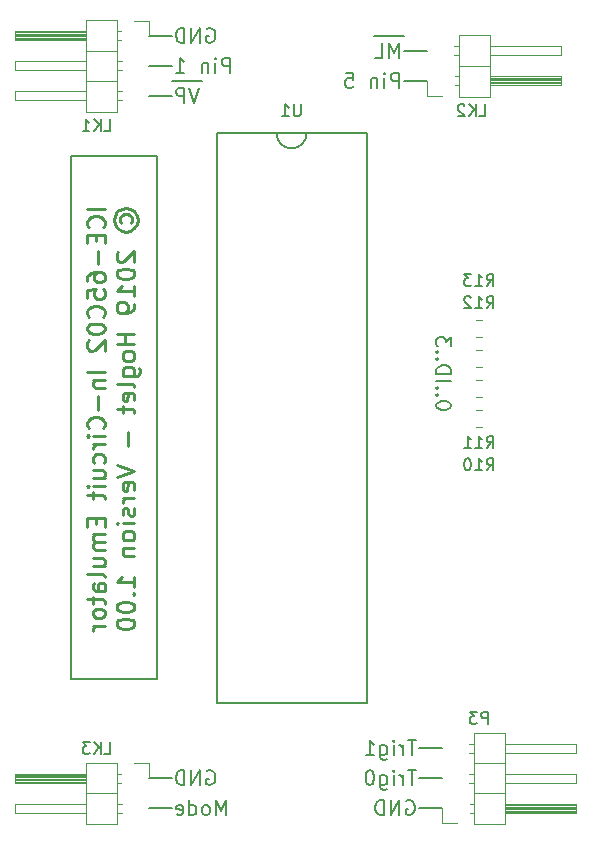
<source format=gbo>
G04 #@! TF.GenerationSoftware,KiCad,Pcbnew,5.1.4-e60b266~84~ubuntu18.04.1*
G04 #@! TF.CreationDate,2019-09-22T15:45:03+01:00*
G04 #@! TF.ProjectId,6502_adapter,36353032-5f61-4646-9170-7465722e6b69,rev?*
G04 #@! TF.SameCoordinates,PX9fdfbc0PY791ddc0*
G04 #@! TF.FileFunction,Legend,Bot*
G04 #@! TF.FilePolarity,Positive*
%FSLAX46Y46*%
G04 Gerber Fmt 4.6, Leading zero omitted, Abs format (unit mm)*
G04 Created by KiCad (PCBNEW 5.1.4-e60b266~84~ubuntu18.04.1) date 2019-09-22 15:45:03*
%MOMM*%
%LPD*%
G04 APERTURE LIST*
%ADD10C,0.200000*%
%ADD11C,0.150000*%
%ADD12C,0.250000*%
%ADD13C,0.120000*%
G04 APERTURE END LIST*
D10*
X38911523Y37872143D02*
X38911523Y37991191D01*
X38852000Y38110239D01*
X38792476Y38169762D01*
X38673428Y38229286D01*
X38435333Y38288810D01*
X38137714Y38288810D01*
X37899619Y38229286D01*
X37780571Y38169762D01*
X37721047Y38110239D01*
X37661523Y37991191D01*
X37661523Y37872143D01*
X37721047Y37753096D01*
X37780571Y37693572D01*
X37899619Y37634048D01*
X38137714Y37574524D01*
X38435333Y37574524D01*
X38673428Y37634048D01*
X38792476Y37693572D01*
X38852000Y37753096D01*
X38911523Y37872143D01*
X37780571Y38824524D02*
X37721047Y38884048D01*
X37661523Y38824524D01*
X37721047Y38765000D01*
X37780571Y38824524D01*
X37661523Y38824524D01*
X37780571Y39419762D02*
X37721047Y39479286D01*
X37661523Y39419762D01*
X37721047Y39360239D01*
X37780571Y39419762D01*
X37661523Y39419762D01*
X37661523Y40015000D02*
X38911523Y40015000D01*
X37661523Y40610239D02*
X38911523Y40610239D01*
X38911523Y40907858D01*
X38852000Y41086429D01*
X38732952Y41205477D01*
X38613904Y41265000D01*
X38375809Y41324524D01*
X38197238Y41324524D01*
X37959142Y41265000D01*
X37840095Y41205477D01*
X37721047Y41086429D01*
X37661523Y40907858D01*
X37661523Y40610239D01*
X37780571Y41860239D02*
X37721047Y41919762D01*
X37661523Y41860239D01*
X37721047Y41800715D01*
X37780571Y41860239D01*
X37661523Y41860239D01*
X37780571Y42455477D02*
X37721047Y42515000D01*
X37661523Y42455477D01*
X37721047Y42395953D01*
X37780571Y42455477D01*
X37661523Y42455477D01*
X38911523Y42931667D02*
X38911523Y43705477D01*
X38435333Y43288810D01*
X38435333Y43467381D01*
X38375809Y43586429D01*
X38316285Y43645953D01*
X38197238Y43705477D01*
X37899619Y43705477D01*
X37780571Y43645953D01*
X37721047Y43586429D01*
X37661523Y43467381D01*
X37661523Y43110239D01*
X37721047Y42991191D01*
X37780571Y42931667D01*
D11*
X13970000Y59055000D02*
X6731000Y59055000D01*
X13970000Y14732000D02*
X13970000Y59055000D01*
X6731000Y14732000D02*
X13970000Y14732000D01*
X6731000Y59055000D02*
X6731000Y14732000D01*
D12*
X9588571Y54580000D02*
X8088571Y54580000D01*
X9445714Y53008572D02*
X9517142Y53080000D01*
X9588571Y53294286D01*
X9588571Y53437143D01*
X9517142Y53651429D01*
X9374285Y53794286D01*
X9231428Y53865715D01*
X8945714Y53937143D01*
X8731428Y53937143D01*
X8445714Y53865715D01*
X8302857Y53794286D01*
X8160000Y53651429D01*
X8088571Y53437143D01*
X8088571Y53294286D01*
X8160000Y53080000D01*
X8231428Y53008572D01*
X8802857Y52365715D02*
X8802857Y51865715D01*
X9588571Y51651429D02*
X9588571Y52365715D01*
X8088571Y52365715D01*
X8088571Y51651429D01*
X9017142Y51008572D02*
X9017142Y49865715D01*
X8088571Y48508572D02*
X8088571Y48794286D01*
X8160000Y48937143D01*
X8231428Y49008572D01*
X8445714Y49151429D01*
X8731428Y49222858D01*
X9302857Y49222858D01*
X9445714Y49151429D01*
X9517142Y49080000D01*
X9588571Y48937143D01*
X9588571Y48651429D01*
X9517142Y48508572D01*
X9445714Y48437143D01*
X9302857Y48365715D01*
X8945714Y48365715D01*
X8802857Y48437143D01*
X8731428Y48508572D01*
X8660000Y48651429D01*
X8660000Y48937143D01*
X8731428Y49080000D01*
X8802857Y49151429D01*
X8945714Y49222858D01*
X8088571Y47008572D02*
X8088571Y47722858D01*
X8802857Y47794286D01*
X8731428Y47722858D01*
X8660000Y47580000D01*
X8660000Y47222858D01*
X8731428Y47080000D01*
X8802857Y47008572D01*
X8945714Y46937143D01*
X9302857Y46937143D01*
X9445714Y47008572D01*
X9517142Y47080000D01*
X9588571Y47222858D01*
X9588571Y47580000D01*
X9517142Y47722858D01*
X9445714Y47794286D01*
X9445714Y45437143D02*
X9517142Y45508572D01*
X9588571Y45722858D01*
X9588571Y45865715D01*
X9517142Y46080000D01*
X9374285Y46222858D01*
X9231428Y46294286D01*
X8945714Y46365715D01*
X8731428Y46365715D01*
X8445714Y46294286D01*
X8302857Y46222858D01*
X8160000Y46080000D01*
X8088571Y45865715D01*
X8088571Y45722858D01*
X8160000Y45508572D01*
X8231428Y45437143D01*
X8088571Y44508572D02*
X8088571Y44365715D01*
X8160000Y44222858D01*
X8231428Y44151429D01*
X8374285Y44080000D01*
X8660000Y44008572D01*
X9017142Y44008572D01*
X9302857Y44080000D01*
X9445714Y44151429D01*
X9517142Y44222858D01*
X9588571Y44365715D01*
X9588571Y44508572D01*
X9517142Y44651429D01*
X9445714Y44722858D01*
X9302857Y44794286D01*
X9017142Y44865715D01*
X8660000Y44865715D01*
X8374285Y44794286D01*
X8231428Y44722858D01*
X8160000Y44651429D01*
X8088571Y44508572D01*
X8231428Y43437143D02*
X8160000Y43365715D01*
X8088571Y43222858D01*
X8088571Y42865715D01*
X8160000Y42722858D01*
X8231428Y42651429D01*
X8374285Y42580000D01*
X8517142Y42580000D01*
X8731428Y42651429D01*
X9588571Y43508572D01*
X9588571Y42580000D01*
X9588571Y40794286D02*
X8088571Y40794286D01*
X8588571Y40080000D02*
X9588571Y40080000D01*
X8731428Y40080000D02*
X8660000Y40008572D01*
X8588571Y39865715D01*
X8588571Y39651429D01*
X8660000Y39508572D01*
X8802857Y39437143D01*
X9588571Y39437143D01*
X9017142Y38722858D02*
X9017142Y37580000D01*
X9445714Y36008572D02*
X9517142Y36080000D01*
X9588571Y36294286D01*
X9588571Y36437143D01*
X9517142Y36651429D01*
X9374285Y36794286D01*
X9231428Y36865715D01*
X8945714Y36937143D01*
X8731428Y36937143D01*
X8445714Y36865715D01*
X8302857Y36794286D01*
X8160000Y36651429D01*
X8088571Y36437143D01*
X8088571Y36294286D01*
X8160000Y36080000D01*
X8231428Y36008572D01*
X9588571Y35365715D02*
X8588571Y35365715D01*
X8088571Y35365715D02*
X8160000Y35437143D01*
X8231428Y35365715D01*
X8160000Y35294286D01*
X8088571Y35365715D01*
X8231428Y35365715D01*
X9588571Y34651429D02*
X8588571Y34651429D01*
X8874285Y34651429D02*
X8731428Y34580000D01*
X8660000Y34508572D01*
X8588571Y34365715D01*
X8588571Y34222858D01*
X9517142Y33080000D02*
X9588571Y33222858D01*
X9588571Y33508572D01*
X9517142Y33651429D01*
X9445714Y33722858D01*
X9302857Y33794286D01*
X8874285Y33794286D01*
X8731428Y33722858D01*
X8660000Y33651429D01*
X8588571Y33508572D01*
X8588571Y33222858D01*
X8660000Y33080000D01*
X8588571Y31794286D02*
X9588571Y31794286D01*
X8588571Y32437143D02*
X9374285Y32437143D01*
X9517142Y32365715D01*
X9588571Y32222858D01*
X9588571Y32008572D01*
X9517142Y31865715D01*
X9445714Y31794286D01*
X9588571Y31080000D02*
X8588571Y31080000D01*
X8088571Y31080000D02*
X8160000Y31151429D01*
X8231428Y31080000D01*
X8160000Y31008572D01*
X8088571Y31080000D01*
X8231428Y31080000D01*
X8588571Y30580000D02*
X8588571Y30008572D01*
X8088571Y30365715D02*
X9374285Y30365715D01*
X9517142Y30294286D01*
X9588571Y30151429D01*
X9588571Y30008572D01*
X8802857Y28365715D02*
X8802857Y27865715D01*
X9588571Y27651429D02*
X9588571Y28365715D01*
X8088571Y28365715D01*
X8088571Y27651429D01*
X9588571Y27008572D02*
X8588571Y27008572D01*
X8731428Y27008572D02*
X8660000Y26937143D01*
X8588571Y26794286D01*
X8588571Y26580000D01*
X8660000Y26437143D01*
X8802857Y26365715D01*
X9588571Y26365715D01*
X8802857Y26365715D02*
X8660000Y26294286D01*
X8588571Y26151429D01*
X8588571Y25937143D01*
X8660000Y25794286D01*
X8802857Y25722858D01*
X9588571Y25722858D01*
X8588571Y24365715D02*
X9588571Y24365715D01*
X8588571Y25008572D02*
X9374285Y25008572D01*
X9517142Y24937143D01*
X9588571Y24794286D01*
X9588571Y24580000D01*
X9517142Y24437143D01*
X9445714Y24365715D01*
X9588571Y23437143D02*
X9517142Y23580000D01*
X9374285Y23651429D01*
X8088571Y23651429D01*
X9588571Y22222858D02*
X8802857Y22222858D01*
X8660000Y22294286D01*
X8588571Y22437143D01*
X8588571Y22722858D01*
X8660000Y22865715D01*
X9517142Y22222858D02*
X9588571Y22365715D01*
X9588571Y22722858D01*
X9517142Y22865715D01*
X9374285Y22937143D01*
X9231428Y22937143D01*
X9088571Y22865715D01*
X9017142Y22722858D01*
X9017142Y22365715D01*
X8945714Y22222858D01*
X8588571Y21722858D02*
X8588571Y21151429D01*
X8088571Y21508572D02*
X9374285Y21508572D01*
X9517142Y21437143D01*
X9588571Y21294286D01*
X9588571Y21151429D01*
X9588571Y20437143D02*
X9517142Y20580000D01*
X9445714Y20651429D01*
X9302857Y20722858D01*
X8874285Y20722858D01*
X8731428Y20651429D01*
X8660000Y20580000D01*
X8588571Y20437143D01*
X8588571Y20222858D01*
X8660000Y20080000D01*
X8731428Y20008572D01*
X8874285Y19937143D01*
X9302857Y19937143D01*
X9445714Y20008572D01*
X9517142Y20080000D01*
X9588571Y20222858D01*
X9588571Y20437143D01*
X9588571Y19294286D02*
X8588571Y19294286D01*
X8874285Y19294286D02*
X8731428Y19222858D01*
X8660000Y19151429D01*
X8588571Y19008572D01*
X8588571Y18865715D01*
X10945714Y53365715D02*
X10874285Y53508572D01*
X10874285Y53794286D01*
X10945714Y53937143D01*
X11088571Y54080000D01*
X11231428Y54151429D01*
X11517142Y54151429D01*
X11660000Y54080000D01*
X11802857Y53937143D01*
X11874285Y53794286D01*
X11874285Y53508572D01*
X11802857Y53365715D01*
X10374285Y53651429D02*
X10445714Y54008572D01*
X10660000Y54365715D01*
X11017142Y54580000D01*
X11374285Y54651429D01*
X11731428Y54580000D01*
X12088571Y54365715D01*
X12302857Y54008572D01*
X12374285Y53651429D01*
X12302857Y53294286D01*
X12088571Y52937143D01*
X11731428Y52722858D01*
X11374285Y52651429D01*
X11017142Y52722858D01*
X10660000Y52937143D01*
X10445714Y53294286D01*
X10374285Y53651429D01*
X10731428Y50937143D02*
X10660000Y50865715D01*
X10588571Y50722858D01*
X10588571Y50365715D01*
X10660000Y50222858D01*
X10731428Y50151429D01*
X10874285Y50080000D01*
X11017142Y50080000D01*
X11231428Y50151429D01*
X12088571Y51008572D01*
X12088571Y50080000D01*
X10588571Y49151429D02*
X10588571Y49008572D01*
X10660000Y48865715D01*
X10731428Y48794286D01*
X10874285Y48722858D01*
X11160000Y48651429D01*
X11517142Y48651429D01*
X11802857Y48722858D01*
X11945714Y48794286D01*
X12017142Y48865715D01*
X12088571Y49008572D01*
X12088571Y49151429D01*
X12017142Y49294286D01*
X11945714Y49365715D01*
X11802857Y49437143D01*
X11517142Y49508572D01*
X11160000Y49508572D01*
X10874285Y49437143D01*
X10731428Y49365715D01*
X10660000Y49294286D01*
X10588571Y49151429D01*
X12088571Y47222858D02*
X12088571Y48080000D01*
X12088571Y47651429D02*
X10588571Y47651429D01*
X10802857Y47794286D01*
X10945714Y47937143D01*
X11017142Y48080000D01*
X12088571Y46508572D02*
X12088571Y46222858D01*
X12017142Y46080000D01*
X11945714Y46008572D01*
X11731428Y45865715D01*
X11445714Y45794286D01*
X10874285Y45794286D01*
X10731428Y45865715D01*
X10660000Y45937143D01*
X10588571Y46080000D01*
X10588571Y46365715D01*
X10660000Y46508572D01*
X10731428Y46580000D01*
X10874285Y46651429D01*
X11231428Y46651429D01*
X11374285Y46580000D01*
X11445714Y46508572D01*
X11517142Y46365715D01*
X11517142Y46080000D01*
X11445714Y45937143D01*
X11374285Y45865715D01*
X11231428Y45794286D01*
X12088571Y44008572D02*
X10588571Y44008572D01*
X11302857Y44008572D02*
X11302857Y43151429D01*
X12088571Y43151429D02*
X10588571Y43151429D01*
X12088571Y42222858D02*
X12017142Y42365715D01*
X11945714Y42437143D01*
X11802857Y42508572D01*
X11374285Y42508572D01*
X11231428Y42437143D01*
X11160000Y42365715D01*
X11088571Y42222858D01*
X11088571Y42008572D01*
X11160000Y41865715D01*
X11231428Y41794286D01*
X11374285Y41722858D01*
X11802857Y41722858D01*
X11945714Y41794286D01*
X12017142Y41865715D01*
X12088571Y42008572D01*
X12088571Y42222858D01*
X11088571Y40437143D02*
X12302857Y40437143D01*
X12445714Y40508572D01*
X12517142Y40580000D01*
X12588571Y40722858D01*
X12588571Y40937143D01*
X12517142Y41080000D01*
X12017142Y40437143D02*
X12088571Y40580000D01*
X12088571Y40865715D01*
X12017142Y41008572D01*
X11945714Y41080000D01*
X11802857Y41151429D01*
X11374285Y41151429D01*
X11231428Y41080000D01*
X11160000Y41008572D01*
X11088571Y40865715D01*
X11088571Y40580000D01*
X11160000Y40437143D01*
X12088571Y39508572D02*
X12017142Y39651429D01*
X11874285Y39722858D01*
X10588571Y39722858D01*
X12017142Y38365715D02*
X12088571Y38508572D01*
X12088571Y38794286D01*
X12017142Y38937143D01*
X11874285Y39008572D01*
X11302857Y39008572D01*
X11160000Y38937143D01*
X11088571Y38794286D01*
X11088571Y38508572D01*
X11160000Y38365715D01*
X11302857Y38294286D01*
X11445714Y38294286D01*
X11588571Y39008572D01*
X11088571Y37865715D02*
X11088571Y37294286D01*
X10588571Y37651429D02*
X11874285Y37651429D01*
X12017142Y37580000D01*
X12088571Y37437143D01*
X12088571Y37294286D01*
X11517142Y35651429D02*
X11517142Y34508572D01*
X10588571Y32865715D02*
X12088571Y32365715D01*
X10588571Y31865715D01*
X12017142Y30794286D02*
X12088571Y30937143D01*
X12088571Y31222858D01*
X12017142Y31365715D01*
X11874285Y31437143D01*
X11302857Y31437143D01*
X11160000Y31365715D01*
X11088571Y31222858D01*
X11088571Y30937143D01*
X11160000Y30794286D01*
X11302857Y30722858D01*
X11445714Y30722858D01*
X11588571Y31437143D01*
X12088571Y30080000D02*
X11088571Y30080000D01*
X11374285Y30080000D02*
X11231428Y30008572D01*
X11160000Y29937143D01*
X11088571Y29794286D01*
X11088571Y29651429D01*
X12017142Y29222858D02*
X12088571Y29080000D01*
X12088571Y28794286D01*
X12017142Y28651429D01*
X11874285Y28580000D01*
X11802857Y28580000D01*
X11660000Y28651429D01*
X11588571Y28794286D01*
X11588571Y29008572D01*
X11517142Y29151429D01*
X11374285Y29222858D01*
X11302857Y29222858D01*
X11160000Y29151429D01*
X11088571Y29008572D01*
X11088571Y28794286D01*
X11160000Y28651429D01*
X12088571Y27937143D02*
X11088571Y27937143D01*
X10588571Y27937143D02*
X10660000Y28008572D01*
X10731428Y27937143D01*
X10660000Y27865715D01*
X10588571Y27937143D01*
X10731428Y27937143D01*
X12088571Y27008572D02*
X12017142Y27151429D01*
X11945714Y27222858D01*
X11802857Y27294286D01*
X11374285Y27294286D01*
X11231428Y27222858D01*
X11160000Y27151429D01*
X11088571Y27008572D01*
X11088571Y26794286D01*
X11160000Y26651429D01*
X11231428Y26580000D01*
X11374285Y26508572D01*
X11802857Y26508572D01*
X11945714Y26580000D01*
X12017142Y26651429D01*
X12088571Y26794286D01*
X12088571Y27008572D01*
X11088571Y25865715D02*
X12088571Y25865715D01*
X11231428Y25865715D02*
X11160000Y25794286D01*
X11088571Y25651429D01*
X11088571Y25437143D01*
X11160000Y25294286D01*
X11302857Y25222858D01*
X12088571Y25222858D01*
X12088571Y22580000D02*
X12088571Y23437143D01*
X12088571Y23008572D02*
X10588571Y23008572D01*
X10802857Y23151429D01*
X10945714Y23294286D01*
X11017142Y23437143D01*
X11945714Y21937143D02*
X12017142Y21865715D01*
X12088571Y21937143D01*
X12017142Y22008572D01*
X11945714Y21937143D01*
X12088571Y21937143D01*
X10588571Y20937143D02*
X10588571Y20794286D01*
X10660000Y20651429D01*
X10731428Y20580000D01*
X10874285Y20508572D01*
X11160000Y20437143D01*
X11517142Y20437143D01*
X11802857Y20508572D01*
X11945714Y20580000D01*
X12017142Y20651429D01*
X12088571Y20794286D01*
X12088571Y20937143D01*
X12017142Y21080000D01*
X11945714Y21151429D01*
X11802857Y21222858D01*
X11517142Y21294286D01*
X11160000Y21294286D01*
X10874285Y21222858D01*
X10731428Y21151429D01*
X10660000Y21080000D01*
X10588571Y20937143D01*
X10588571Y19508572D02*
X10588571Y19365715D01*
X10660000Y19222858D01*
X10731428Y19151429D01*
X10874285Y19080000D01*
X11160000Y19008572D01*
X11517142Y19008572D01*
X11802857Y19080000D01*
X11945714Y19151429D01*
X12017142Y19222858D01*
X12088571Y19365715D01*
X12088571Y19508572D01*
X12017142Y19651429D01*
X11945714Y19722858D01*
X11802857Y19794286D01*
X11517142Y19865715D01*
X11160000Y19865715D01*
X10874285Y19794286D01*
X10731428Y19722858D01*
X10660000Y19651429D01*
X10588571Y19508572D01*
D11*
X15240000Y65405000D02*
X17780000Y65405000D01*
X32385000Y69215000D02*
X34925000Y69215000D01*
D10*
X18227142Y69840000D02*
X18346190Y69899524D01*
X18524761Y69899524D01*
X18703333Y69840000D01*
X18822380Y69720953D01*
X18881904Y69601905D01*
X18941428Y69363810D01*
X18941428Y69185239D01*
X18881904Y68947143D01*
X18822380Y68828096D01*
X18703333Y68709048D01*
X18524761Y68649524D01*
X18405714Y68649524D01*
X18227142Y68709048D01*
X18167619Y68768572D01*
X18167619Y69185239D01*
X18405714Y69185239D01*
X17631904Y68649524D02*
X17631904Y69899524D01*
X16917619Y68649524D01*
X16917619Y69899524D01*
X16322380Y68649524D02*
X16322380Y69899524D01*
X16024761Y69899524D01*
X15846190Y69840000D01*
X15727142Y69720953D01*
X15667619Y69601905D01*
X15608095Y69363810D01*
X15608095Y69185239D01*
X15667619Y68947143D01*
X15727142Y68828096D01*
X15846190Y68709048D01*
X16024761Y68649524D01*
X16322380Y68649524D01*
X17572380Y64819524D02*
X17155714Y63569524D01*
X16739047Y64819524D01*
X16322380Y63569524D02*
X16322380Y64819524D01*
X15846190Y64819524D01*
X15727142Y64760000D01*
X15667619Y64700477D01*
X15608095Y64581429D01*
X15608095Y64402858D01*
X15667619Y64283810D01*
X15727142Y64224286D01*
X15846190Y64164762D01*
X16322380Y64164762D01*
X20191428Y66109524D02*
X20191428Y67359524D01*
X19715238Y67359524D01*
X19596190Y67300000D01*
X19536666Y67240477D01*
X19477142Y67121429D01*
X19477142Y66942858D01*
X19536666Y66823810D01*
X19596190Y66764286D01*
X19715238Y66704762D01*
X20191428Y66704762D01*
X18941428Y66109524D02*
X18941428Y66942858D01*
X18941428Y67359524D02*
X19000952Y67300000D01*
X18941428Y67240477D01*
X18881904Y67300000D01*
X18941428Y67359524D01*
X18941428Y67240477D01*
X18346190Y66942858D02*
X18346190Y66109524D01*
X18346190Y66823810D02*
X18286666Y66883334D01*
X18167619Y66942858D01*
X17989047Y66942858D01*
X17870000Y66883334D01*
X17810476Y66764286D01*
X17810476Y66109524D01*
X15608095Y66109524D02*
X16322380Y66109524D01*
X15965238Y66109524D02*
X15965238Y67359524D01*
X16084285Y67180953D01*
X16203333Y67061905D01*
X16322380Y67002381D01*
D11*
X13335000Y64135000D02*
X15240000Y64135000D01*
X13335000Y66675000D02*
X15240000Y66675000D01*
X13335000Y69215000D02*
X15240000Y69215000D01*
X34925000Y67945000D02*
X36830000Y67945000D01*
X34925000Y65405000D02*
X36830000Y65405000D01*
D10*
X34497380Y64839524D02*
X34497380Y66089524D01*
X34021190Y66089524D01*
X33902142Y66030000D01*
X33842619Y65970477D01*
X33783095Y65851429D01*
X33783095Y65672858D01*
X33842619Y65553810D01*
X33902142Y65494286D01*
X34021190Y65434762D01*
X34497380Y65434762D01*
X33247380Y64839524D02*
X33247380Y65672858D01*
X33247380Y66089524D02*
X33306904Y66030000D01*
X33247380Y65970477D01*
X33187857Y66030000D01*
X33247380Y66089524D01*
X33247380Y65970477D01*
X32652142Y65672858D02*
X32652142Y64839524D01*
X32652142Y65553810D02*
X32592619Y65613334D01*
X32473571Y65672858D01*
X32295000Y65672858D01*
X32175952Y65613334D01*
X32116428Y65494286D01*
X32116428Y64839524D01*
X29973571Y66089524D02*
X30568809Y66089524D01*
X30628333Y65494286D01*
X30568809Y65553810D01*
X30449761Y65613334D01*
X30152142Y65613334D01*
X30033095Y65553810D01*
X29973571Y65494286D01*
X29914047Y65375239D01*
X29914047Y65077620D01*
X29973571Y64958572D01*
X30033095Y64899048D01*
X30152142Y64839524D01*
X30449761Y64839524D01*
X30568809Y64899048D01*
X30628333Y64958572D01*
X34497380Y67379524D02*
X34497380Y68629524D01*
X34080714Y67736667D01*
X33664047Y68629524D01*
X33664047Y67379524D01*
X32473571Y67379524D02*
X33068809Y67379524D01*
X33068809Y68629524D01*
D11*
X13335000Y3810000D02*
X15240000Y3810000D01*
X13335000Y6350000D02*
X15240000Y6350000D01*
D10*
X19834285Y3244524D02*
X19834285Y4494524D01*
X19417619Y3601667D01*
X19000952Y4494524D01*
X19000952Y3244524D01*
X18227142Y3244524D02*
X18346190Y3304048D01*
X18405714Y3363572D01*
X18465238Y3482620D01*
X18465238Y3839762D01*
X18405714Y3958810D01*
X18346190Y4018334D01*
X18227142Y4077858D01*
X18048571Y4077858D01*
X17929523Y4018334D01*
X17870000Y3958810D01*
X17810476Y3839762D01*
X17810476Y3482620D01*
X17870000Y3363572D01*
X17929523Y3304048D01*
X18048571Y3244524D01*
X18227142Y3244524D01*
X16739047Y3244524D02*
X16739047Y4494524D01*
X16739047Y3304048D02*
X16858095Y3244524D01*
X17096190Y3244524D01*
X17215238Y3304048D01*
X17274761Y3363572D01*
X17334285Y3482620D01*
X17334285Y3839762D01*
X17274761Y3958810D01*
X17215238Y4018334D01*
X17096190Y4077858D01*
X16858095Y4077858D01*
X16739047Y4018334D01*
X15667619Y3304048D02*
X15786666Y3244524D01*
X16024761Y3244524D01*
X16143809Y3304048D01*
X16203333Y3423096D01*
X16203333Y3899286D01*
X16143809Y4018334D01*
X16024761Y4077858D01*
X15786666Y4077858D01*
X15667619Y4018334D01*
X15608095Y3899286D01*
X15608095Y3780239D01*
X16203333Y3661191D01*
X18227142Y6975000D02*
X18346190Y7034524D01*
X18524761Y7034524D01*
X18703333Y6975000D01*
X18822380Y6855953D01*
X18881904Y6736905D01*
X18941428Y6498810D01*
X18941428Y6320239D01*
X18881904Y6082143D01*
X18822380Y5963096D01*
X18703333Y5844048D01*
X18524761Y5784524D01*
X18405714Y5784524D01*
X18227142Y5844048D01*
X18167619Y5903572D01*
X18167619Y6320239D01*
X18405714Y6320239D01*
X17631904Y5784524D02*
X17631904Y7034524D01*
X16917619Y5784524D01*
X16917619Y7034524D01*
X16322380Y5784524D02*
X16322380Y7034524D01*
X16024761Y7034524D01*
X15846190Y6975000D01*
X15727142Y6855953D01*
X15667619Y6736905D01*
X15608095Y6498810D01*
X15608095Y6320239D01*
X15667619Y6082143D01*
X15727142Y5963096D01*
X15846190Y5844048D01*
X16024761Y5784524D01*
X16322380Y5784524D01*
D11*
X36195000Y3810000D02*
X38100000Y3810000D01*
X36195000Y6350000D02*
X38100000Y6350000D01*
X36195000Y8890000D02*
X38100000Y8890000D01*
D10*
X35945952Y7034524D02*
X35231666Y7034524D01*
X35588809Y5784524D02*
X35588809Y7034524D01*
X34815000Y5784524D02*
X34815000Y6617858D01*
X34815000Y6379762D02*
X34755476Y6498810D01*
X34695952Y6558334D01*
X34576904Y6617858D01*
X34457857Y6617858D01*
X34041190Y5784524D02*
X34041190Y6617858D01*
X34041190Y7034524D02*
X34100714Y6975000D01*
X34041190Y6915477D01*
X33981666Y6975000D01*
X34041190Y7034524D01*
X34041190Y6915477D01*
X32910238Y6617858D02*
X32910238Y5605953D01*
X32969761Y5486905D01*
X33029285Y5427381D01*
X33148333Y5367858D01*
X33326904Y5367858D01*
X33445952Y5427381D01*
X32910238Y5844048D02*
X33029285Y5784524D01*
X33267380Y5784524D01*
X33386428Y5844048D01*
X33445952Y5903572D01*
X33505476Y6022620D01*
X33505476Y6379762D01*
X33445952Y6498810D01*
X33386428Y6558334D01*
X33267380Y6617858D01*
X33029285Y6617858D01*
X32910238Y6558334D01*
X32076904Y7034524D02*
X31957857Y7034524D01*
X31838809Y6975000D01*
X31779285Y6915477D01*
X31719761Y6796429D01*
X31660238Y6558334D01*
X31660238Y6260715D01*
X31719761Y6022620D01*
X31779285Y5903572D01*
X31838809Y5844048D01*
X31957857Y5784524D01*
X32076904Y5784524D01*
X32195952Y5844048D01*
X32255476Y5903572D01*
X32315000Y6022620D01*
X32374523Y6260715D01*
X32374523Y6558334D01*
X32315000Y6796429D01*
X32255476Y6915477D01*
X32195952Y6975000D01*
X32076904Y7034524D01*
X35112619Y4435000D02*
X35231666Y4494524D01*
X35410238Y4494524D01*
X35588809Y4435000D01*
X35707857Y4315953D01*
X35767380Y4196905D01*
X35826904Y3958810D01*
X35826904Y3780239D01*
X35767380Y3542143D01*
X35707857Y3423096D01*
X35588809Y3304048D01*
X35410238Y3244524D01*
X35291190Y3244524D01*
X35112619Y3304048D01*
X35053095Y3363572D01*
X35053095Y3780239D01*
X35291190Y3780239D01*
X34517380Y3244524D02*
X34517380Y4494524D01*
X33803095Y3244524D01*
X33803095Y4494524D01*
X33207857Y3244524D02*
X33207857Y4494524D01*
X32910238Y4494524D01*
X32731666Y4435000D01*
X32612619Y4315953D01*
X32553095Y4196905D01*
X32493571Y3958810D01*
X32493571Y3780239D01*
X32553095Y3542143D01*
X32612619Y3423096D01*
X32731666Y3304048D01*
X32910238Y3244524D01*
X33207857Y3244524D01*
X35945952Y9574524D02*
X35231666Y9574524D01*
X35588809Y8324524D02*
X35588809Y9574524D01*
X34815000Y8324524D02*
X34815000Y9157858D01*
X34815000Y8919762D02*
X34755476Y9038810D01*
X34695952Y9098334D01*
X34576904Y9157858D01*
X34457857Y9157858D01*
X34041190Y8324524D02*
X34041190Y9157858D01*
X34041190Y9574524D02*
X34100714Y9515000D01*
X34041190Y9455477D01*
X33981666Y9515000D01*
X34041190Y9574524D01*
X34041190Y9455477D01*
X32910238Y9157858D02*
X32910238Y8145953D01*
X32969761Y8026905D01*
X33029285Y7967381D01*
X33148333Y7907858D01*
X33326904Y7907858D01*
X33445952Y7967381D01*
X32910238Y8384048D02*
X33029285Y8324524D01*
X33267380Y8324524D01*
X33386428Y8384048D01*
X33445952Y8443572D01*
X33505476Y8562620D01*
X33505476Y8919762D01*
X33445952Y9038810D01*
X33386428Y9098334D01*
X33267380Y9157858D01*
X33029285Y9157858D01*
X32910238Y9098334D01*
X31660238Y8324524D02*
X32374523Y8324524D01*
X32017380Y8324524D02*
X32017380Y9574524D01*
X32136428Y9395953D01*
X32255476Y9276905D01*
X32374523Y9217381D01*
D13*
X41013748Y45160000D02*
X41536252Y45160000D01*
X41013748Y43740000D02*
X41536252Y43740000D01*
X41013748Y42620000D02*
X41536252Y42620000D01*
X41013748Y41200000D02*
X41536252Y41200000D01*
X41013748Y40080000D02*
X41536252Y40080000D01*
X41013748Y38660000D02*
X41536252Y38660000D01*
X41013748Y37540000D02*
X41536252Y37540000D01*
X41013748Y36120000D02*
X41536252Y36120000D01*
D11*
X19050000Y60960000D02*
X31750000Y60960000D01*
X19050000Y12700000D02*
X19050000Y60960000D01*
X31750000Y12700000D02*
X19050000Y12700000D01*
X31750000Y60960000D02*
X31750000Y12700000D01*
X26670000Y60960000D02*
G75*
G02X25400000Y59690000I-1270000J0D01*
G01*
X25400000Y59690000D02*
G75*
G02X24130000Y60960000I0J1270000D01*
G01*
D13*
X13335000Y7620000D02*
X12065000Y7620000D01*
X13335000Y6350000D02*
X13335000Y7620000D01*
X11022071Y3430000D02*
X10625000Y3430000D01*
X11022071Y4190000D02*
X10625000Y4190000D01*
X1965000Y3430000D02*
X7965000Y3430000D01*
X1965000Y4190000D02*
X1965000Y3430000D01*
X7965000Y4190000D02*
X1965000Y4190000D01*
X10625000Y5080000D02*
X7965000Y5080000D01*
X10955000Y5970000D02*
X10625000Y5970000D01*
X10955000Y6730000D02*
X10625000Y6730000D01*
X7965000Y6070000D02*
X1965000Y6070000D01*
X7965000Y6190000D02*
X1965000Y6190000D01*
X7965000Y6310000D02*
X1965000Y6310000D01*
X7965000Y6430000D02*
X1965000Y6430000D01*
X7965000Y6550000D02*
X1965000Y6550000D01*
X7965000Y6670000D02*
X1965000Y6670000D01*
X1965000Y5970000D02*
X7965000Y5970000D01*
X1965000Y6730000D02*
X1965000Y5970000D01*
X7965000Y6730000D02*
X1965000Y6730000D01*
X7965000Y7680000D02*
X10625000Y7680000D01*
X7965000Y2480000D02*
X7965000Y7680000D01*
X10625000Y2480000D02*
X7965000Y2480000D01*
X10625000Y7680000D02*
X10625000Y2480000D01*
X38100000Y2540000D02*
X39370000Y2540000D01*
X38100000Y3810000D02*
X38100000Y2540000D01*
X40412929Y9270000D02*
X40810000Y9270000D01*
X40412929Y8510000D02*
X40810000Y8510000D01*
X49470000Y9270000D02*
X43470000Y9270000D01*
X49470000Y8510000D02*
X49470000Y9270000D01*
X43470000Y8510000D02*
X49470000Y8510000D01*
X40810000Y7620000D02*
X43470000Y7620000D01*
X40412929Y6730000D02*
X40810000Y6730000D01*
X40412929Y5970000D02*
X40810000Y5970000D01*
X49470000Y6730000D02*
X43470000Y6730000D01*
X49470000Y5970000D02*
X49470000Y6730000D01*
X43470000Y5970000D02*
X49470000Y5970000D01*
X40810000Y5080000D02*
X43470000Y5080000D01*
X40480000Y4190000D02*
X40810000Y4190000D01*
X40480000Y3430000D02*
X40810000Y3430000D01*
X43470000Y4090000D02*
X49470000Y4090000D01*
X43470000Y3970000D02*
X49470000Y3970000D01*
X43470000Y3850000D02*
X49470000Y3850000D01*
X43470000Y3730000D02*
X49470000Y3730000D01*
X43470000Y3610000D02*
X49470000Y3610000D01*
X43470000Y3490000D02*
X49470000Y3490000D01*
X49470000Y4190000D02*
X43470000Y4190000D01*
X49470000Y3430000D02*
X49470000Y4190000D01*
X43470000Y3430000D02*
X49470000Y3430000D01*
X43470000Y2480000D02*
X40810000Y2480000D01*
X43470000Y10220000D02*
X43470000Y2480000D01*
X40810000Y10220000D02*
X43470000Y10220000D01*
X40810000Y2480000D02*
X40810000Y10220000D01*
X36830000Y64135000D02*
X38100000Y64135000D01*
X36830000Y65405000D02*
X36830000Y64135000D01*
X39142929Y68325000D02*
X39540000Y68325000D01*
X39142929Y67565000D02*
X39540000Y67565000D01*
X48200000Y68325000D02*
X42200000Y68325000D01*
X48200000Y67565000D02*
X48200000Y68325000D01*
X42200000Y67565000D02*
X48200000Y67565000D01*
X39540000Y66675000D02*
X42200000Y66675000D01*
X39210000Y65785000D02*
X39540000Y65785000D01*
X39210000Y65025000D02*
X39540000Y65025000D01*
X42200000Y65685000D02*
X48200000Y65685000D01*
X42200000Y65565000D02*
X48200000Y65565000D01*
X42200000Y65445000D02*
X48200000Y65445000D01*
X42200000Y65325000D02*
X48200000Y65325000D01*
X42200000Y65205000D02*
X48200000Y65205000D01*
X42200000Y65085000D02*
X48200000Y65085000D01*
X48200000Y65785000D02*
X42200000Y65785000D01*
X48200000Y65025000D02*
X48200000Y65785000D01*
X42200000Y65025000D02*
X48200000Y65025000D01*
X42200000Y64075000D02*
X39540000Y64075000D01*
X42200000Y69275000D02*
X42200000Y64075000D01*
X39540000Y69275000D02*
X42200000Y69275000D01*
X39540000Y64075000D02*
X39540000Y69275000D01*
X13335000Y70485000D02*
X12065000Y70485000D01*
X13335000Y69215000D02*
X13335000Y70485000D01*
X11022071Y63755000D02*
X10625000Y63755000D01*
X11022071Y64515000D02*
X10625000Y64515000D01*
X1965000Y63755000D02*
X7965000Y63755000D01*
X1965000Y64515000D02*
X1965000Y63755000D01*
X7965000Y64515000D02*
X1965000Y64515000D01*
X10625000Y65405000D02*
X7965000Y65405000D01*
X11022071Y66295000D02*
X10625000Y66295000D01*
X11022071Y67055000D02*
X10625000Y67055000D01*
X1965000Y66295000D02*
X7965000Y66295000D01*
X1965000Y67055000D02*
X1965000Y66295000D01*
X7965000Y67055000D02*
X1965000Y67055000D01*
X10625000Y67945000D02*
X7965000Y67945000D01*
X10955000Y68835000D02*
X10625000Y68835000D01*
X10955000Y69595000D02*
X10625000Y69595000D01*
X7965000Y68935000D02*
X1965000Y68935000D01*
X7965000Y69055000D02*
X1965000Y69055000D01*
X7965000Y69175000D02*
X1965000Y69175000D01*
X7965000Y69295000D02*
X1965000Y69295000D01*
X7965000Y69415000D02*
X1965000Y69415000D01*
X7965000Y69535000D02*
X1965000Y69535000D01*
X1965000Y68835000D02*
X7965000Y68835000D01*
X1965000Y69595000D02*
X1965000Y68835000D01*
X7965000Y69595000D02*
X1965000Y69595000D01*
X7965000Y70545000D02*
X10625000Y70545000D01*
X7965000Y62805000D02*
X7965000Y70545000D01*
X10625000Y62805000D02*
X7965000Y62805000D01*
X10625000Y70545000D02*
X10625000Y62805000D01*
D11*
X41917857Y48061620D02*
X42251190Y48537810D01*
X42489285Y48061620D02*
X42489285Y49061620D01*
X42108333Y49061620D01*
X42013095Y49014000D01*
X41965476Y48966381D01*
X41917857Y48871143D01*
X41917857Y48728286D01*
X41965476Y48633048D01*
X42013095Y48585429D01*
X42108333Y48537810D01*
X42489285Y48537810D01*
X40965476Y48061620D02*
X41536904Y48061620D01*
X41251190Y48061620D02*
X41251190Y49061620D01*
X41346428Y48918762D01*
X41441666Y48823524D01*
X41536904Y48775905D01*
X40632142Y49061620D02*
X40013095Y49061620D01*
X40346428Y48680667D01*
X40203571Y48680667D01*
X40108333Y48633048D01*
X40060714Y48585429D01*
X40013095Y48490191D01*
X40013095Y48252096D01*
X40060714Y48156858D01*
X40108333Y48109239D01*
X40203571Y48061620D01*
X40489285Y48061620D01*
X40584523Y48109239D01*
X40632142Y48156858D01*
X41917857Y46156620D02*
X42251190Y46632810D01*
X42489285Y46156620D02*
X42489285Y47156620D01*
X42108333Y47156620D01*
X42013095Y47109000D01*
X41965476Y47061381D01*
X41917857Y46966143D01*
X41917857Y46823286D01*
X41965476Y46728048D01*
X42013095Y46680429D01*
X42108333Y46632810D01*
X42489285Y46632810D01*
X40965476Y46156620D02*
X41536904Y46156620D01*
X41251190Y46156620D02*
X41251190Y47156620D01*
X41346428Y47013762D01*
X41441666Y46918524D01*
X41536904Y46870905D01*
X40584523Y47061381D02*
X40536904Y47109000D01*
X40441666Y47156620D01*
X40203571Y47156620D01*
X40108333Y47109000D01*
X40060714Y47061381D01*
X40013095Y46966143D01*
X40013095Y46870905D01*
X40060714Y46728048D01*
X40632142Y46156620D01*
X40013095Y46156620D01*
X41917857Y34345620D02*
X42251190Y34821810D01*
X42489285Y34345620D02*
X42489285Y35345620D01*
X42108333Y35345620D01*
X42013095Y35298000D01*
X41965476Y35250381D01*
X41917857Y35155143D01*
X41917857Y35012286D01*
X41965476Y34917048D01*
X42013095Y34869429D01*
X42108333Y34821810D01*
X42489285Y34821810D01*
X40965476Y34345620D02*
X41536904Y34345620D01*
X41251190Y34345620D02*
X41251190Y35345620D01*
X41346428Y35202762D01*
X41441666Y35107524D01*
X41536904Y35059905D01*
X40013095Y34345620D02*
X40584523Y34345620D01*
X40298809Y34345620D02*
X40298809Y35345620D01*
X40394047Y35202762D01*
X40489285Y35107524D01*
X40584523Y35059905D01*
X41917857Y32440620D02*
X42251190Y32916810D01*
X42489285Y32440620D02*
X42489285Y33440620D01*
X42108333Y33440620D01*
X42013095Y33393000D01*
X41965476Y33345381D01*
X41917857Y33250143D01*
X41917857Y33107286D01*
X41965476Y33012048D01*
X42013095Y32964429D01*
X42108333Y32916810D01*
X42489285Y32916810D01*
X40965476Y32440620D02*
X41536904Y32440620D01*
X41251190Y32440620D02*
X41251190Y33440620D01*
X41346428Y33297762D01*
X41441666Y33202524D01*
X41536904Y33154905D01*
X40346428Y33440620D02*
X40251190Y33440620D01*
X40155952Y33393000D01*
X40108333Y33345381D01*
X40060714Y33250143D01*
X40013095Y33059667D01*
X40013095Y32821572D01*
X40060714Y32631096D01*
X40108333Y32535858D01*
X40155952Y32488239D01*
X40251190Y32440620D01*
X40346428Y32440620D01*
X40441666Y32488239D01*
X40489285Y32535858D01*
X40536904Y32631096D01*
X40584523Y32821572D01*
X40584523Y33059667D01*
X40536904Y33250143D01*
X40489285Y33345381D01*
X40441666Y33393000D01*
X40346428Y33440620D01*
X26161904Y63412620D02*
X26161904Y62603096D01*
X26114285Y62507858D01*
X26066666Y62460239D01*
X25971428Y62412620D01*
X25780952Y62412620D01*
X25685714Y62460239D01*
X25638095Y62507858D01*
X25590476Y62603096D01*
X25590476Y63412620D01*
X24590476Y62412620D02*
X25161904Y62412620D01*
X24876190Y62412620D02*
X24876190Y63412620D01*
X24971428Y63269762D01*
X25066666Y63174524D01*
X25161904Y63126905D01*
X9556666Y8437620D02*
X10032857Y8437620D01*
X10032857Y9437620D01*
X9223333Y8437620D02*
X9223333Y9437620D01*
X8651904Y8437620D02*
X9080476Y9009048D01*
X8651904Y9437620D02*
X9223333Y8866191D01*
X8318571Y9437620D02*
X7699523Y9437620D01*
X8032857Y9056667D01*
X7890000Y9056667D01*
X7794761Y9009048D01*
X7747142Y8961429D01*
X7699523Y8866191D01*
X7699523Y8628096D01*
X7747142Y8532858D01*
X7794761Y8485239D01*
X7890000Y8437620D01*
X8175714Y8437620D01*
X8270952Y8485239D01*
X8318571Y8532858D01*
X42013095Y10977620D02*
X42013095Y11977620D01*
X41632142Y11977620D01*
X41536904Y11930000D01*
X41489285Y11882381D01*
X41441666Y11787143D01*
X41441666Y11644286D01*
X41489285Y11549048D01*
X41536904Y11501429D01*
X41632142Y11453810D01*
X42013095Y11453810D01*
X41108333Y11977620D02*
X40489285Y11977620D01*
X40822619Y11596667D01*
X40679761Y11596667D01*
X40584523Y11549048D01*
X40536904Y11501429D01*
X40489285Y11406191D01*
X40489285Y11168096D01*
X40536904Y11072858D01*
X40584523Y11025239D01*
X40679761Y10977620D01*
X40965476Y10977620D01*
X41060714Y11025239D01*
X41108333Y11072858D01*
X41306666Y62412620D02*
X41782857Y62412620D01*
X41782857Y63412620D01*
X40973333Y62412620D02*
X40973333Y63412620D01*
X40401904Y62412620D02*
X40830476Y62984048D01*
X40401904Y63412620D02*
X40973333Y62841191D01*
X40020952Y63317381D02*
X39973333Y63365000D01*
X39878095Y63412620D01*
X39640000Y63412620D01*
X39544761Y63365000D01*
X39497142Y63317381D01*
X39449523Y63222143D01*
X39449523Y63126905D01*
X39497142Y62984048D01*
X40068571Y62412620D01*
X39449523Y62412620D01*
X9556666Y61142620D02*
X10032857Y61142620D01*
X10032857Y62142620D01*
X9223333Y61142620D02*
X9223333Y62142620D01*
X8651904Y61142620D02*
X9080476Y61714048D01*
X8651904Y62142620D02*
X9223333Y61571191D01*
X7699523Y61142620D02*
X8270952Y61142620D01*
X7985238Y61142620D02*
X7985238Y62142620D01*
X8080476Y61999762D01*
X8175714Y61904524D01*
X8270952Y61856905D01*
M02*

</source>
